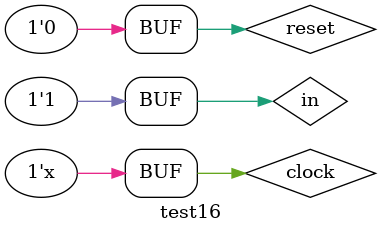
<source format=v>
module test16; 

reg clock, reset, in;
wire out;

  my_fsm U0 ( 
  .clock (clock),
  .reset (reset),
  .in    (in),
  .out  (out) 
  ); 
   
 
initial begin
  clock = 1;
  reset = 1;
  in = 0;
  $display("Starting simulation...");
  #2;
  reset = 0;
  #2;
  if (out !== 1'b0) $display("Failed 1"); 
  
  in = 1;
  #2;
  if (out !== 1'b0) $display("Failed 2");
  
  in = 1;  
  #2;
  if(out !== 1'b0) $display("Failed 3");
  
  in = 1;
  #2;
  if (out !== 1'b1) $display("Failed 4"); 
   
  in = 1;
  #2;
  if (out !== 1'b0) $display("Failed 5");
  
  #2;
  if (out !== 1'b1) $display("Failed 6");  
  $display("Done...");
end 
  

always begin
   #1 clock = !clock;
end
   
endmodule
</source>
